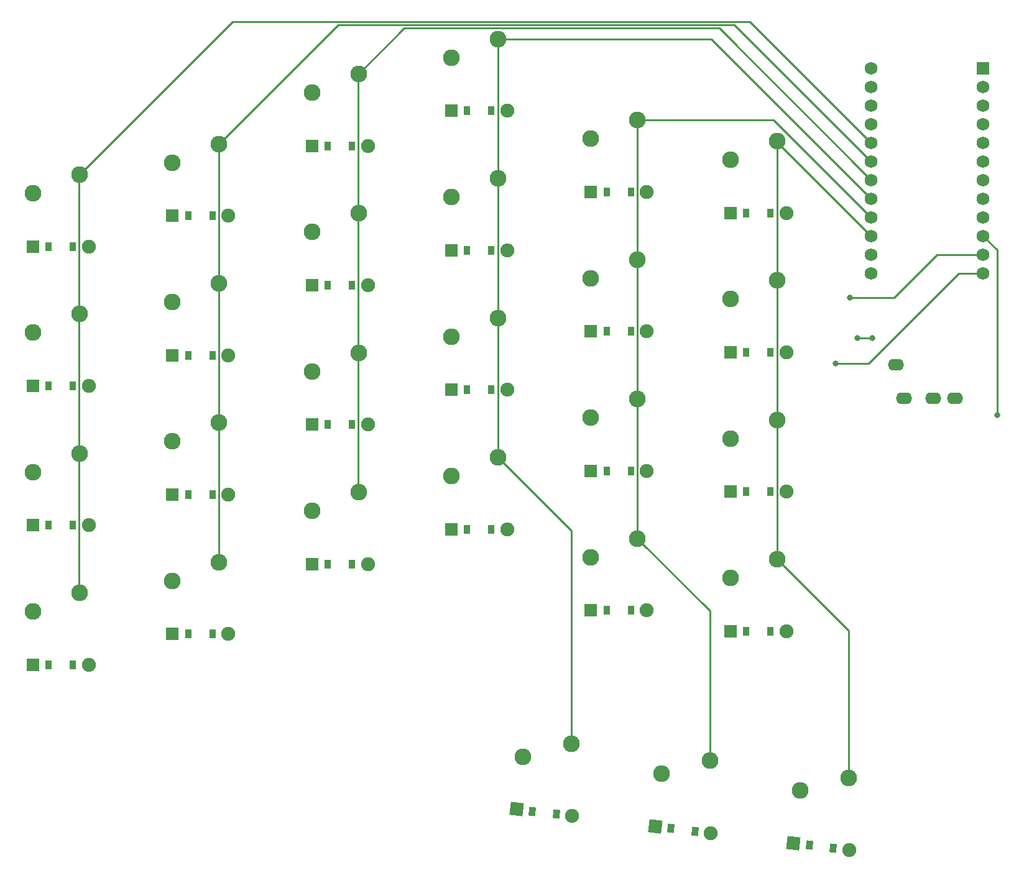
<source format=gbr>
%TF.GenerationSoftware,KiCad,Pcbnew,9.0.1*%
%TF.CreationDate,2025-06-02T17:16:12+02:00*%
%TF.ProjectId,pleiades_l,706c6569-6164-4657-935f-6c2e6b696361,v1.0.0*%
%TF.SameCoordinates,Original*%
%TF.FileFunction,Copper,L2,Bot*%
%TF.FilePolarity,Positive*%
%FSLAX46Y46*%
G04 Gerber Fmt 4.6, Leading zero omitted, Abs format (unit mm)*
G04 Created by KiCad (PCBNEW 9.0.1) date 2025-06-02 17:16:12*
%MOMM*%
%LPD*%
G01*
G04 APERTURE LIST*
G04 Aperture macros list*
%AMRotRect*
0 Rectangle, with rotation*
0 The origin of the aperture is its center*
0 $1 length*
0 $2 width*
0 $3 Rotation angle, in degrees counterclockwise*
0 Add horizontal line*
21,1,$1,$2,0,0,$3*%
G04 Aperture macros list end*
%TA.AperFunction,ComponentPad*%
%ADD10C,2.286000*%
%TD*%
%TA.AperFunction,ComponentPad*%
%ADD11R,1.752600X1.752600*%
%TD*%
%TA.AperFunction,ComponentPad*%
%ADD12C,1.752600*%
%TD*%
%TA.AperFunction,SMDPad,CuDef*%
%ADD13R,0.900000X1.200000*%
%TD*%
%TA.AperFunction,ComponentPad*%
%ADD14R,1.778000X1.778000*%
%TD*%
%TA.AperFunction,ComponentPad*%
%ADD15C,1.905000*%
%TD*%
%TA.AperFunction,SMDPad,CuDef*%
%ADD16RotRect,0.900000X1.200000X353.000000*%
%TD*%
%TA.AperFunction,ComponentPad*%
%ADD17RotRect,1.778000X1.778000X353.000000*%
%TD*%
%TA.AperFunction,ComponentPad*%
%ADD18O,2.200000X1.600000*%
%TD*%
%TA.AperFunction,ViaPad*%
%ADD19C,0.800000*%
%TD*%
%TA.AperFunction,Conductor*%
%ADD20C,0.250000*%
%TD*%
G04 APERTURE END LIST*
D10*
%TO.P,S1,1*%
%TO.N,P2*%
X2540000Y2222500D03*
%TO.P,S1,2*%
%TO.N,inner_bot*%
X-3810000Y-317500D03*
%TD*%
%TO.P,S2,1*%
%TO.N,P2*%
X2540000Y21222500D03*
%TO.P,S2,2*%
%TO.N,inner_mid*%
X-3810000Y18682500D03*
%TD*%
%TO.P,S3,1*%
%TO.N,P2*%
X2540000Y40222500D03*
%TO.P,S3,2*%
%TO.N,inner_top*%
X-3810000Y37682500D03*
%TD*%
%TO.P,S4,1*%
%TO.N,P2*%
X2540000Y59222500D03*
%TO.P,S4,2*%
%TO.N,inner_num*%
X-3810000Y56682500D03*
%TD*%
%TO.P,S5,1*%
%TO.N,P3*%
X21540000Y6413500D03*
%TO.P,S5,2*%
%TO.N,pinky_bot*%
X15190000Y3873500D03*
%TD*%
%TO.P,S6,1*%
%TO.N,P3*%
X21540000Y25413500D03*
%TO.P,S6,2*%
%TO.N,pinky_mid*%
X15190000Y22873500D03*
%TD*%
%TO.P,S7,1*%
%TO.N,P3*%
X21540000Y44413500D03*
%TO.P,S7,2*%
%TO.N,pinky_top*%
X15190000Y41873500D03*
%TD*%
%TO.P,S8,1*%
%TO.N,P3*%
X21540000Y63413500D03*
%TO.P,S8,2*%
%TO.N,pinky_num*%
X15190000Y60873500D03*
%TD*%
%TO.P,S9,1*%
%TO.N,P4*%
X40540000Y15938500D03*
%TO.P,S9,2*%
%TO.N,ring_bot*%
X34190000Y13398500D03*
%TD*%
%TO.P,S10,1*%
%TO.N,P4*%
X40540000Y34938500D03*
%TO.P,S10,2*%
%TO.N,ring_mid*%
X34190000Y32398500D03*
%TD*%
%TO.P,S11,1*%
%TO.N,P4*%
X40540000Y53938500D03*
%TO.P,S11,2*%
%TO.N,ring_top*%
X34190000Y51398500D03*
%TD*%
%TO.P,S12,1*%
%TO.N,P4*%
X40540000Y72938500D03*
%TO.P,S12,2*%
%TO.N,ring_num*%
X34190000Y70398500D03*
%TD*%
%TO.P,S13,1*%
%TO.N,P5*%
X59540000Y20701000D03*
%TO.P,S13,2*%
%TO.N,middle_bot*%
X53190000Y18161000D03*
%TD*%
%TO.P,S14,1*%
%TO.N,P5*%
X59540000Y39701000D03*
%TO.P,S14,2*%
%TO.N,middle_mid*%
X53190000Y37161000D03*
%TD*%
%TO.P,S15,1*%
%TO.N,P5*%
X59540000Y58701000D03*
%TO.P,S15,2*%
%TO.N,middle_top*%
X53190000Y56161000D03*
%TD*%
%TO.P,S16,1*%
%TO.N,P5*%
X59540000Y77701000D03*
%TO.P,S16,2*%
%TO.N,middle_num*%
X53190000Y75161000D03*
%TD*%
%TO.P,S17,1*%
%TO.N,P6*%
X78540000Y9652000D03*
%TO.P,S17,2*%
%TO.N,point_bot*%
X72190000Y7112000D03*
%TD*%
%TO.P,S18,1*%
%TO.N,P6*%
X78540000Y28652000D03*
%TO.P,S18,2*%
%TO.N,point_mid*%
X72190000Y26112000D03*
%TD*%
%TO.P,S19,1*%
%TO.N,P6*%
X78540000Y47652000D03*
%TO.P,S19,2*%
%TO.N,point_top*%
X72190000Y45112000D03*
%TD*%
%TO.P,S20,1*%
%TO.N,P6*%
X78540000Y66652000D03*
%TO.P,S20,2*%
%TO.N,point_num*%
X72190000Y64112000D03*
%TD*%
%TO.P,S21,1*%
%TO.N,P7*%
X97540000Y6794500D03*
%TO.P,S21,2*%
%TO.N,pointfar_bot*%
X91190000Y4254500D03*
%TD*%
%TO.P,S22,1*%
%TO.N,P7*%
X97540000Y25794500D03*
%TO.P,S22,2*%
%TO.N,pointfar_mid*%
X91190000Y23254500D03*
%TD*%
%TO.P,S23,1*%
%TO.N,P7*%
X97540000Y44794500D03*
%TO.P,S23,2*%
%TO.N,pointfar_top*%
X91190000Y42254500D03*
%TD*%
%TO.P,S24,1*%
%TO.N,P7*%
X97540000Y63794500D03*
%TO.P,S24,2*%
%TO.N,pointfar_num*%
X91190000Y61254500D03*
%TD*%
%TO.P,S25,1*%
%TO.N,P5*%
X69565163Y-18317914D03*
%TO.P,S25,2*%
%TO.N,alt_main*%
X62952947Y-20065111D03*
%TD*%
%TO.P,S26,1*%
%TO.N,P6*%
X88423540Y-20633431D03*
%TO.P,S26,2*%
%TO.N,mod_main*%
X81811324Y-22380628D03*
%TD*%
%TO.P,S27,1*%
%TO.N,P7*%
X107281917Y-22948949D03*
%TO.P,S27,2*%
%TO.N,space_main*%
X100669701Y-24696146D03*
%TD*%
D11*
%TO.P,MCU1,1*%
%TO.N,RAW*%
X125620000Y73684500D03*
D12*
%TO.P,MCU1,2*%
%TO.N,GND*%
X125620000Y71144500D03*
%TO.P,MCU1,3*%
%TO.N,RST*%
X125620000Y68604500D03*
%TO.P,MCU1,4*%
%TO.N,VCC*%
X125620000Y66064500D03*
%TO.P,MCU1,5*%
%TO.N,P21*%
X125620000Y63524500D03*
%TO.P,MCU1,6*%
%TO.N,P20*%
X125620000Y60984500D03*
%TO.P,MCU1,7*%
%TO.N,P19*%
X125620000Y58444500D03*
%TO.P,MCU1,8*%
%TO.N,P18*%
X125620000Y55904500D03*
%TO.P,MCU1,9*%
%TO.N,P15*%
X125620000Y53364500D03*
%TO.P,MCU1,10*%
%TO.N,P14*%
X125620000Y50824500D03*
%TO.P,MCU1,11*%
%TO.N,P16*%
X125620000Y48284500D03*
%TO.P,MCU1,12*%
%TO.N,P10*%
X125620000Y45744500D03*
%TO.P,MCU1,13*%
%TO.N,P1*%
X110380000Y73684500D03*
%TO.P,MCU1,14*%
%TO.N,P0*%
X110380000Y71144500D03*
%TO.P,MCU1,15*%
%TO.N,GND*%
X110380000Y68604500D03*
%TO.P,MCU1,16*%
X110380000Y66064500D03*
%TO.P,MCU1,17*%
%TO.N,P2*%
X110380000Y63524500D03*
%TO.P,MCU1,18*%
%TO.N,P3*%
X110380000Y60984500D03*
%TO.P,MCU1,19*%
%TO.N,P4*%
X110380000Y58444500D03*
%TO.P,MCU1,20*%
%TO.N,P5*%
X110380000Y55904500D03*
%TO.P,MCU1,21*%
%TO.N,P6*%
X110380000Y53364500D03*
%TO.P,MCU1,22*%
%TO.N,P7*%
X110380000Y50824500D03*
%TO.P,MCU1,23*%
%TO.N,P8*%
X110380000Y48284500D03*
%TO.P,MCU1,24*%
%TO.N,P9*%
X110380000Y45744500D03*
%TD*%
D13*
%TO.P,D1,2*%
%TO.N,inner_bot*%
X1650000Y-7557500D03*
%TO.P,D1,1*%
%TO.N,P8*%
X-1650000Y-7557500D03*
D14*
X-3810000Y-7557500D03*
D15*
%TO.P,D1,2*%
%TO.N,inner_bot*%
X3810000Y-7557500D03*
%TD*%
D13*
%TO.P,D2,2*%
%TO.N,inner_mid*%
X1650000Y11442500D03*
%TO.P,D2,1*%
%TO.N,P9*%
X-1650000Y11442500D03*
D14*
X-3810000Y11442500D03*
D15*
%TO.P,D2,2*%
%TO.N,inner_mid*%
X3810000Y11442500D03*
%TD*%
D13*
%TO.P,D3,2*%
%TO.N,inner_top*%
X1650000Y30442500D03*
%TO.P,D3,1*%
%TO.N,P10*%
X-1650000Y30442500D03*
D14*
X-3810000Y30442500D03*
D15*
%TO.P,D3,2*%
%TO.N,inner_top*%
X3810000Y30442500D03*
%TD*%
D13*
%TO.P,D4,2*%
%TO.N,inner_num*%
X1650000Y49442500D03*
%TO.P,D4,1*%
%TO.N,P16*%
X-1650000Y49442500D03*
D14*
X-3810000Y49442500D03*
D15*
%TO.P,D4,2*%
%TO.N,inner_num*%
X3810000Y49442500D03*
%TD*%
D13*
%TO.P,D5,2*%
%TO.N,pinky_bot*%
X20650000Y-3366500D03*
%TO.P,D5,1*%
%TO.N,P8*%
X17350000Y-3366500D03*
D14*
X15190000Y-3366500D03*
D15*
%TO.P,D5,2*%
%TO.N,pinky_bot*%
X22810000Y-3366500D03*
%TD*%
D13*
%TO.P,D6,2*%
%TO.N,pinky_mid*%
X20650000Y15633500D03*
%TO.P,D6,1*%
%TO.N,P9*%
X17350000Y15633500D03*
D14*
X15190000Y15633500D03*
D15*
%TO.P,D6,2*%
%TO.N,pinky_mid*%
X22810000Y15633500D03*
%TD*%
D13*
%TO.P,D7,2*%
%TO.N,pinky_top*%
X20650000Y34633500D03*
%TO.P,D7,1*%
%TO.N,P10*%
X17350000Y34633500D03*
D14*
X15190000Y34633500D03*
D15*
%TO.P,D7,2*%
%TO.N,pinky_top*%
X22810000Y34633500D03*
%TD*%
D13*
%TO.P,D8,2*%
%TO.N,pinky_num*%
X20650000Y53633500D03*
%TO.P,D8,1*%
%TO.N,P16*%
X17350000Y53633500D03*
D14*
X15190000Y53633500D03*
D15*
%TO.P,D8,2*%
%TO.N,pinky_num*%
X22810000Y53633500D03*
%TD*%
D13*
%TO.P,D9,2*%
%TO.N,ring_bot*%
X39650000Y6158500D03*
%TO.P,D9,1*%
%TO.N,P8*%
X36350000Y6158500D03*
D14*
X34190000Y6158500D03*
D15*
%TO.P,D9,2*%
%TO.N,ring_bot*%
X41810000Y6158500D03*
%TD*%
D13*
%TO.P,D10,2*%
%TO.N,ring_mid*%
X39650000Y25158500D03*
%TO.P,D10,1*%
%TO.N,P9*%
X36350000Y25158500D03*
D14*
X34190000Y25158500D03*
D15*
%TO.P,D10,2*%
%TO.N,ring_mid*%
X41810000Y25158500D03*
%TD*%
D13*
%TO.P,D11,2*%
%TO.N,ring_top*%
X39650000Y44158500D03*
%TO.P,D11,1*%
%TO.N,P10*%
X36350000Y44158500D03*
D14*
X34190000Y44158500D03*
D15*
%TO.P,D11,2*%
%TO.N,ring_top*%
X41810000Y44158500D03*
%TD*%
D13*
%TO.P,D12,2*%
%TO.N,ring_num*%
X39650000Y63158500D03*
%TO.P,D12,1*%
%TO.N,P16*%
X36350000Y63158500D03*
D14*
X34190000Y63158500D03*
D15*
%TO.P,D12,2*%
%TO.N,ring_num*%
X41810000Y63158500D03*
%TD*%
D13*
%TO.P,D13,2*%
%TO.N,middle_bot*%
X58650000Y10921000D03*
%TO.P,D13,1*%
%TO.N,P8*%
X55350000Y10921000D03*
D14*
X53190000Y10921000D03*
D15*
%TO.P,D13,2*%
%TO.N,middle_bot*%
X60810000Y10921000D03*
%TD*%
D13*
%TO.P,D14,2*%
%TO.N,middle_mid*%
X58650000Y29921000D03*
%TO.P,D14,1*%
%TO.N,P9*%
X55350000Y29921000D03*
D14*
X53190000Y29921000D03*
D15*
%TO.P,D14,2*%
%TO.N,middle_mid*%
X60810000Y29921000D03*
%TD*%
D13*
%TO.P,D15,2*%
%TO.N,middle_top*%
X58650000Y48921000D03*
%TO.P,D15,1*%
%TO.N,P10*%
X55350000Y48921000D03*
D14*
X53190000Y48921000D03*
D15*
%TO.P,D15,2*%
%TO.N,middle_top*%
X60810000Y48921000D03*
%TD*%
D13*
%TO.P,D16,2*%
%TO.N,middle_num*%
X58650000Y67921000D03*
%TO.P,D16,1*%
%TO.N,P16*%
X55350000Y67921000D03*
D14*
X53190000Y67921000D03*
D15*
%TO.P,D16,2*%
%TO.N,middle_num*%
X60810000Y67921000D03*
%TD*%
D13*
%TO.P,D17,2*%
%TO.N,point_bot*%
X77650000Y-128000D03*
%TO.P,D17,1*%
%TO.N,P8*%
X74350000Y-128000D03*
D14*
X72190000Y-128000D03*
D15*
%TO.P,D17,2*%
%TO.N,point_bot*%
X79810000Y-128000D03*
%TD*%
D13*
%TO.P,D18,2*%
%TO.N,point_mid*%
X77650000Y18872000D03*
%TO.P,D18,1*%
%TO.N,P9*%
X74350000Y18872000D03*
D14*
X72190000Y18872000D03*
D15*
%TO.P,D18,2*%
%TO.N,point_mid*%
X79810000Y18872000D03*
%TD*%
D13*
%TO.P,D19,2*%
%TO.N,point_top*%
X77650000Y37872000D03*
%TO.P,D19,1*%
%TO.N,P10*%
X74350000Y37872000D03*
D14*
X72190000Y37872000D03*
D15*
%TO.P,D19,2*%
%TO.N,point_top*%
X79810000Y37872000D03*
%TD*%
D13*
%TO.P,D20,2*%
%TO.N,point_num*%
X77650000Y56872000D03*
%TO.P,D20,1*%
%TO.N,P16*%
X74350000Y56872000D03*
D14*
X72190000Y56872000D03*
D15*
%TO.P,D20,2*%
%TO.N,point_num*%
X79810000Y56872000D03*
%TD*%
D13*
%TO.P,D21,2*%
%TO.N,pointfar_bot*%
X96650000Y-2985500D03*
%TO.P,D21,1*%
%TO.N,P8*%
X93350000Y-2985500D03*
D14*
X91190000Y-2985500D03*
D15*
%TO.P,D21,2*%
%TO.N,pointfar_bot*%
X98810000Y-2985500D03*
%TD*%
D13*
%TO.P,D22,2*%
%TO.N,pointfar_mid*%
X96650000Y16014500D03*
%TO.P,D22,1*%
%TO.N,P9*%
X93350000Y16014500D03*
D14*
X91190000Y16014500D03*
D15*
%TO.P,D22,2*%
%TO.N,pointfar_mid*%
X98810000Y16014500D03*
%TD*%
D13*
%TO.P,D23,2*%
%TO.N,pointfar_top*%
X96650000Y35014500D03*
%TO.P,D23,1*%
%TO.N,P10*%
X93350000Y35014500D03*
D14*
X91190000Y35014500D03*
D15*
%TO.P,D23,2*%
%TO.N,pointfar_top*%
X98810000Y35014500D03*
%TD*%
D13*
%TO.P,D24,2*%
%TO.N,pointfar_num*%
X96650000Y54014500D03*
%TO.P,D24,1*%
%TO.N,P16*%
X93350000Y54014500D03*
D14*
X91190000Y54014500D03*
D15*
%TO.P,D24,2*%
%TO.N,pointfar_num*%
X98810000Y54014500D03*
%TD*%
D16*
%TO.P,D25,2*%
%TO.N,alt_main*%
X67489915Y-27916551D03*
%TO.P,D25,1*%
%TO.N,P14*%
X64214513Y-27514383D03*
D17*
X62070613Y-27251145D03*
D15*
%TO.P,D25,2*%
%TO.N,alt_main*%
X69633815Y-28179789D03*
%TD*%
D16*
%TO.P,D26,2*%
%TO.N,mod_main*%
X86348292Y-30232068D03*
%TO.P,D26,1*%
%TO.N,P14*%
X83072890Y-29829900D03*
D17*
X80928990Y-29566662D03*
D15*
%TO.P,D26,2*%
%TO.N,mod_main*%
X88492192Y-30495306D03*
%TD*%
D16*
%TO.P,D27,2*%
%TO.N,space_main*%
X105206669Y-32547586D03*
%TO.P,D27,1*%
%TO.N,P14*%
X101931267Y-32145418D03*
D17*
X99787367Y-31882180D03*
D15*
%TO.P,D27,2*%
%TO.N,space_main*%
X107350569Y-32810824D03*
%TD*%
D18*
%TO.P,TRRS1,1*%
%TO.N,GND*%
X113700000Y33314500D03*
%TO.P,TRRS1,2*%
X114800000Y28714500D03*
%TO.P,TRRS1,3*%
%TO.N,P1*%
X118800000Y28714500D03*
%TO.P,TRRS1,4*%
%TO.N,VCC*%
X121800000Y28714500D03*
%TD*%
D19*
%TO.N,P16*%
X107500000Y42500000D03*
%TO.N,P10*%
X105500000Y33500000D03*
%TO.N,P9*%
X110500000Y37000000D03*
X108452700Y37000000D03*
%TO.N,P14*%
X127500000Y26500000D03*
%TD*%
D20*
%TO.N,P2*%
X23389500Y80072000D02*
X93832500Y80072000D01*
X2540000Y59222500D02*
X23389500Y80072000D01*
X93832500Y80072000D02*
X110380000Y63524500D01*
%TO.N,P3*%
X91743500Y79621000D02*
X110380000Y60984500D01*
X37747500Y79621000D02*
X91743500Y79621000D01*
X21540000Y63413500D02*
X37747500Y79621000D01*
%TO.N,P4*%
X46771500Y79170000D02*
X89654500Y79170000D01*
X40540000Y72938500D02*
X46771500Y79170000D01*
X89654500Y79170000D02*
X110380000Y58444500D01*
%TO.N,P5*%
X88583500Y77701000D02*
X110380000Y55904500D01*
X59540000Y77701000D02*
X88583500Y77701000D01*
%TO.N,P6*%
X97092500Y66652000D02*
X110380000Y53364500D01*
X78540000Y66652000D02*
X97092500Y66652000D01*
%TO.N,P7*%
X97540000Y63664500D02*
X110380000Y50824500D01*
X97540000Y63794500D02*
X97540000Y63664500D01*
%TO.N,P16*%
X107500000Y42500000D02*
X113500000Y42500000D01*
X113500000Y42500000D02*
X119284500Y48284500D01*
X119284500Y48284500D02*
X125620000Y48284500D01*
%TO.N,P10*%
X110000000Y33500000D02*
X122244500Y45744500D01*
X122244500Y45744500D02*
X125620000Y45744500D01*
X105500000Y33500000D02*
X110000000Y33500000D01*
%TO.N,P9*%
X108452700Y37000000D02*
X110500000Y37000000D01*
%TO.N,P14*%
X127500000Y48944500D02*
X125620000Y50824500D01*
X127500000Y26500000D02*
X127500000Y48944500D01*
%TO.N,P7*%
X107281917Y-2947417D02*
X107281917Y-22948949D01*
X97540000Y6794500D02*
X107281917Y-2947417D01*
X97531500Y6803000D02*
X97540000Y6794500D01*
X97531500Y63786000D02*
X97531500Y6803000D01*
X97540000Y63794500D02*
X97531500Y63786000D01*
%TO.N,P6*%
X88423540Y-231540D02*
X88423540Y-20633431D01*
X78540000Y9652000D02*
X88423540Y-231540D01*
X78531500Y9660500D02*
X78540000Y9652000D01*
X78531500Y66643500D02*
X78531500Y9660500D01*
X78540000Y66652000D02*
X78531500Y66643500D01*
%TO.N,P5*%
X69565163Y10675837D02*
X69565163Y-18317914D01*
X59540000Y20701000D02*
X69565163Y10675837D01*
X59531500Y20709500D02*
X59540000Y20701000D01*
X59531500Y77692500D02*
X59531500Y20709500D01*
X59540000Y77701000D02*
X59531500Y77692500D01*
%TO.N,P4*%
X40531500Y72930000D02*
X40531500Y15947000D01*
X40540000Y72938500D02*
X40531500Y72930000D01*
X40531500Y15947000D02*
X40540000Y15938500D01*
%TO.N,P3*%
X21531500Y6422000D02*
X21540000Y6413500D01*
X21531500Y63405000D02*
X21531500Y6422000D01*
X21540000Y63413500D02*
X21531500Y63405000D01*
%TO.N,P2*%
X2500000Y2262500D02*
X2540000Y2222500D01*
X2500000Y59182500D02*
X2500000Y2262500D01*
X2540000Y59222500D02*
X2500000Y59182500D01*
%TD*%
M02*

</source>
